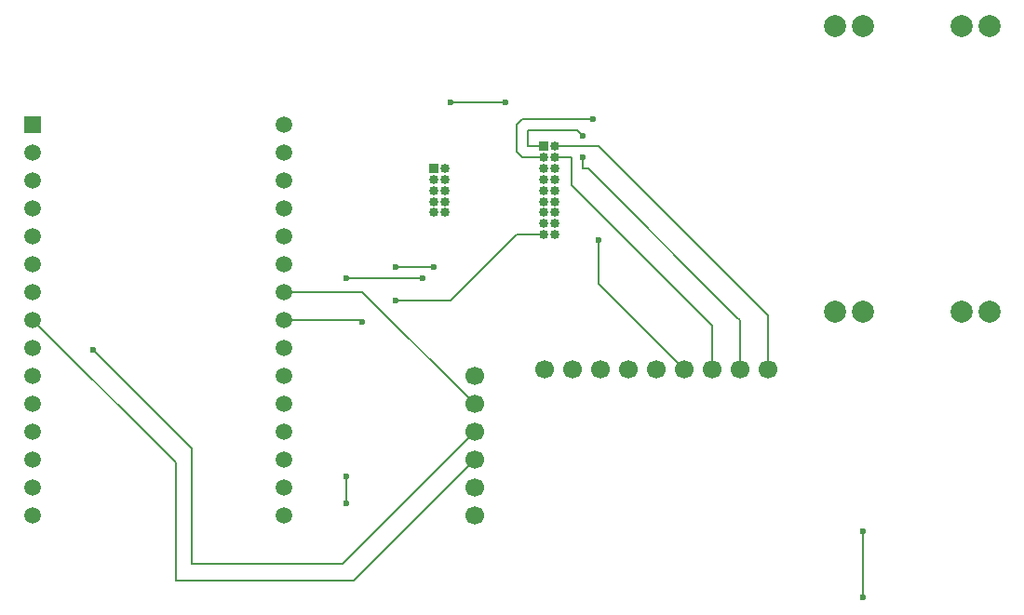
<source format=gbr>
%TF.GenerationSoftware,KiCad,Pcbnew,9.0.2*%
%TF.CreationDate,2025-07-06T16:22:29+02:00*%
%TF.ProjectId,TalkShow,54616c6b-5368-46f7-972e-6b696361645f,rev?*%
%TF.SameCoordinates,Original*%
%TF.FileFunction,Copper,L2,Bot*%
%TF.FilePolarity,Positive*%
%FSLAX46Y46*%
G04 Gerber Fmt 4.6, Leading zero omitted, Abs format (unit mm)*
G04 Created by KiCad (PCBNEW 9.0.2) date 2025-07-06 16:22:29*
%MOMM*%
%LPD*%
G01*
G04 APERTURE LIST*
%TA.AperFunction,ComponentPad*%
%ADD10C,2.000000*%
%TD*%
%TA.AperFunction,ComponentPad*%
%ADD11R,0.850000X0.850000*%
%TD*%
%TA.AperFunction,ComponentPad*%
%ADD12C,0.850000*%
%TD*%
%TA.AperFunction,ComponentPad*%
%ADD13C,1.700000*%
%TD*%
%TA.AperFunction,ComponentPad*%
%ADD14C,1.500000*%
%TD*%
%TA.AperFunction,ComponentPad*%
%ADD15R,1.500000X1.500000*%
%TD*%
%TA.AperFunction,ViaPad*%
%ADD16C,0.600000*%
%TD*%
%TA.AperFunction,Conductor*%
%ADD17C,0.200000*%
%TD*%
G04 APERTURE END LIST*
D10*
%TO.P,REF\u002A\u002A,1*%
%TO.N,N/C*%
X167500000Y-61000000D03*
X167500000Y-87000000D03*
X170000000Y-61000000D03*
X170000000Y-87000000D03*
X179000000Y-61000000D03*
X179000000Y-87000000D03*
X181500000Y-61000000D03*
X181500000Y-87000000D03*
%TD*%
D11*
%TO.P,REF\u002A\u002A,1*%
%TO.N,N/C*%
X141000000Y-72000000D03*
D12*
%TO.P,REF\u002A\u002A,2*%
X142000000Y-72000000D03*
%TO.P,REF\u002A\u002A,3*%
X141000000Y-73000000D03*
%TO.P,REF\u002A\u002A,4*%
X142000000Y-73000000D03*
%TO.P,REF\u002A\u002A,5*%
X141000000Y-74000000D03*
%TO.P,REF\u002A\u002A,6*%
X142000000Y-74000000D03*
%TO.P,REF\u002A\u002A,7*%
X141000000Y-75000000D03*
%TO.P,REF\u002A\u002A,8*%
X142000000Y-75000000D03*
%TO.P,REF\u002A\u002A,9*%
X141000000Y-76000000D03*
%TO.P,REF\u002A\u002A,10*%
X142000000Y-76000000D03*
%TO.P,REF\u002A\u002A,11*%
X141000000Y-77000000D03*
%TO.P,REF\u002A\u002A,12*%
X142000000Y-77000000D03*
%TO.P,REF\u002A\u002A,13*%
X141000000Y-78000000D03*
%TO.P,REF\u002A\u002A,14*%
X142000000Y-78000000D03*
%TO.P,REF\u002A\u002A,15*%
X141000000Y-79000000D03*
%TO.P,REF\u002A\u002A,16*%
X142000000Y-79000000D03*
%TO.P,REF\u002A\u002A,17*%
X141000000Y-80000000D03*
%TO.P,REF\u002A\u002A,18*%
X142000000Y-80000000D03*
%TD*%
D11*
%TO.P,REF\u002A\u002A,1*%
%TO.N,N/C*%
X131000000Y-74000000D03*
D12*
%TO.P,REF\u002A\u002A,2*%
X132000000Y-74000000D03*
%TO.P,REF\u002A\u002A,3*%
X131000000Y-75000000D03*
%TO.P,REF\u002A\u002A,4*%
X132000000Y-75000000D03*
%TO.P,REF\u002A\u002A,5*%
X131000000Y-76000000D03*
%TO.P,REF\u002A\u002A,6*%
X132000000Y-76000000D03*
%TO.P,REF\u002A\u002A,7*%
X131000000Y-77000000D03*
%TO.P,REF\u002A\u002A,8*%
X132000000Y-77000000D03*
%TO.P,REF\u002A\u002A,9*%
X131000000Y-78000000D03*
%TO.P,REF\u002A\u002A,10*%
X132000000Y-78000000D03*
%TD*%
D13*
%TO.P,REF\u002A\u002A,6*%
%TO.N,N/C*%
X134695000Y-105600000D03*
%TO.P,REF\u002A\u002A,5*%
X134695000Y-103060000D03*
%TO.P,REF\u002A\u002A,4*%
X134695000Y-100520000D03*
%TO.P,REF\u002A\u002A,3*%
X134695000Y-97980000D03*
%TO.P,REF\u002A\u002A,2*%
X134695000Y-95440000D03*
%TO.P,REF\u002A\u002A,1*%
X134695000Y-92900000D03*
%TO.P,REF\u002A\u002A,7*%
X161365000Y-92265000D03*
%TO.P,REF\u002A\u002A,8*%
X158825000Y-92265000D03*
%TO.P,REF\u002A\u002A,9*%
X156285000Y-92265000D03*
%TO.P,REF\u002A\u002A,10*%
X153745000Y-92265000D03*
%TO.P,REF\u002A\u002A,11*%
X151205000Y-92265000D03*
%TO.P,REF\u002A\u002A,12*%
X148665000Y-92265000D03*
%TO.P,REF\u002A\u002A,13*%
X146125000Y-92265000D03*
%TO.P,REF\u002A\u002A,14*%
X143585000Y-92265000D03*
%TO.P,REF\u002A\u002A,15*%
X141045000Y-92265000D03*
%TD*%
D14*
%TO.P,REF\u002A\u002A,30*%
%TO.N,N/C*%
X117360000Y-70000000D03*
%TO.P,REF\u002A\u002A,29*%
X117360000Y-72540000D03*
%TO.P,REF\u002A\u002A,28*%
X117360000Y-75080000D03*
%TO.P,REF\u002A\u002A,27*%
X117360000Y-77620000D03*
%TO.P,REF\u002A\u002A,26*%
X117360000Y-80160000D03*
%TO.P,REF\u002A\u002A,25*%
X117360000Y-82700000D03*
%TO.P,REF\u002A\u002A,24*%
X117360000Y-85240000D03*
%TO.P,REF\u002A\u002A,23*%
X117360000Y-87780000D03*
%TO.P,REF\u002A\u002A,22*%
X117360000Y-90320000D03*
%TO.P,REF\u002A\u002A,21*%
X117360000Y-92860000D03*
%TO.P,REF\u002A\u002A,20*%
X117360000Y-95400000D03*
%TO.P,REF\u002A\u002A,19*%
X117360000Y-97940000D03*
%TO.P,REF\u002A\u002A,18*%
X117360000Y-100480000D03*
%TO.P,REF\u002A\u002A,17*%
X117360000Y-103020000D03*
%TO.P,REF\u002A\u002A,16*%
X117360000Y-105560000D03*
%TO.P,REF\u002A\u002A,15*%
X94500000Y-105560000D03*
%TO.P,REF\u002A\u002A,14*%
X94500000Y-103020000D03*
%TO.P,REF\u002A\u002A,13*%
X94500000Y-100480000D03*
%TO.P,REF\u002A\u002A,12*%
X94500000Y-97940000D03*
%TO.P,REF\u002A\u002A,11*%
X94500000Y-95400000D03*
%TO.P,REF\u002A\u002A,10*%
X94500000Y-92860000D03*
%TO.P,REF\u002A\u002A,9*%
X94500000Y-90320000D03*
%TO.P,REF\u002A\u002A,8*%
X94500000Y-87780000D03*
%TO.P,REF\u002A\u002A,7*%
X94500000Y-85240000D03*
%TO.P,REF\u002A\u002A,6*%
X94500000Y-82700000D03*
%TO.P,REF\u002A\u002A,5*%
X94500000Y-80160000D03*
%TO.P,REF\u002A\u002A,4*%
X94500000Y-77620000D03*
%TO.P,REF\u002A\u002A,3*%
X94500000Y-75080000D03*
%TO.P,REF\u002A\u002A,2*%
X94500000Y-72540000D03*
D15*
%TO.P,REF\u002A\u002A,1*%
X94500000Y-70000000D03*
%TD*%
D16*
%TO.N,*%
X170000000Y-113000000D03*
X170000000Y-107000000D03*
X132500000Y-68000000D03*
X137500000Y-68000000D03*
X123000000Y-104500000D03*
X130000000Y-84000000D03*
X123000000Y-84000000D03*
X123000000Y-102000000D03*
X131000000Y-83000000D03*
X127500000Y-83000000D03*
X127500000Y-86000000D03*
X124500000Y-88000000D03*
X145500000Y-69500000D03*
X146000000Y-80500000D03*
X144500000Y-71000000D03*
X144500000Y-73000000D03*
X100000000Y-90500000D03*
%TD*%
D17*
%TO.N,*%
X170000000Y-107000000D02*
X170000000Y-113000000D01*
X137500000Y-68000000D02*
X132500000Y-68000000D01*
X123000000Y-102000000D02*
X123000000Y-104500000D01*
X130000000Y-84000000D02*
X123000000Y-84000000D01*
X127500000Y-83000000D02*
X131000000Y-83000000D01*
X132500000Y-86000000D02*
X138500000Y-80000000D01*
X127500000Y-86000000D02*
X132500000Y-86000000D01*
X138500000Y-80000000D02*
X141000000Y-80000000D01*
X124280000Y-87780000D02*
X124500000Y-88000000D01*
X117360000Y-87780000D02*
X124280000Y-87780000D01*
X138500000Y-72500000D02*
X139000000Y-73000000D01*
X139000000Y-69500000D02*
X138500000Y-70000000D01*
X145500000Y-69500000D02*
X139000000Y-69500000D01*
X139000000Y-73000000D02*
X141000000Y-73000000D01*
X146000000Y-84520000D02*
X146000000Y-80500000D01*
X138500000Y-70000000D02*
X138500000Y-72500000D01*
X153745000Y-92265000D02*
X146000000Y-84520000D01*
X143500000Y-73000000D02*
X142000000Y-73000000D01*
X143500000Y-75500000D02*
X143500000Y-73000000D01*
X156285000Y-88285000D02*
X143500000Y-75500000D01*
X156285000Y-92265000D02*
X156285000Y-88285000D01*
X139500000Y-70500000D02*
X139500000Y-72000000D01*
X144000000Y-70500000D02*
X139500000Y-70500000D01*
X144500000Y-71000000D02*
X144000000Y-70500000D01*
X139500000Y-72000000D02*
X141000000Y-72000000D01*
X144500000Y-74000000D02*
X144500000Y-73000000D01*
X158500000Y-87500000D02*
X145000000Y-74000000D01*
X145000000Y-74000000D02*
X144500000Y-74000000D01*
X158825000Y-87825000D02*
X158500000Y-87500000D01*
X158825000Y-92265000D02*
X158825000Y-87825000D01*
X146000000Y-72000000D02*
X142000000Y-72000000D01*
X161365000Y-87365000D02*
X146000000Y-72000000D01*
X161365000Y-92265000D02*
X161365000Y-87365000D01*
X117360000Y-85240000D02*
X124495000Y-85240000D01*
X124495000Y-85240000D02*
X134695000Y-95440000D01*
X109000000Y-99500000D02*
X100000000Y-90500000D01*
X109000000Y-110000000D02*
X109000000Y-99500000D01*
X122675000Y-110000000D02*
X109000000Y-110000000D01*
X134695000Y-97980000D02*
X122675000Y-110000000D01*
X107500000Y-100780000D02*
X94500000Y-87780000D01*
X107500000Y-111500000D02*
X107500000Y-100780000D01*
X123715000Y-111500000D02*
X107500000Y-111500000D01*
X134695000Y-100520000D02*
X123715000Y-111500000D01*
%TD*%
M02*

</source>
